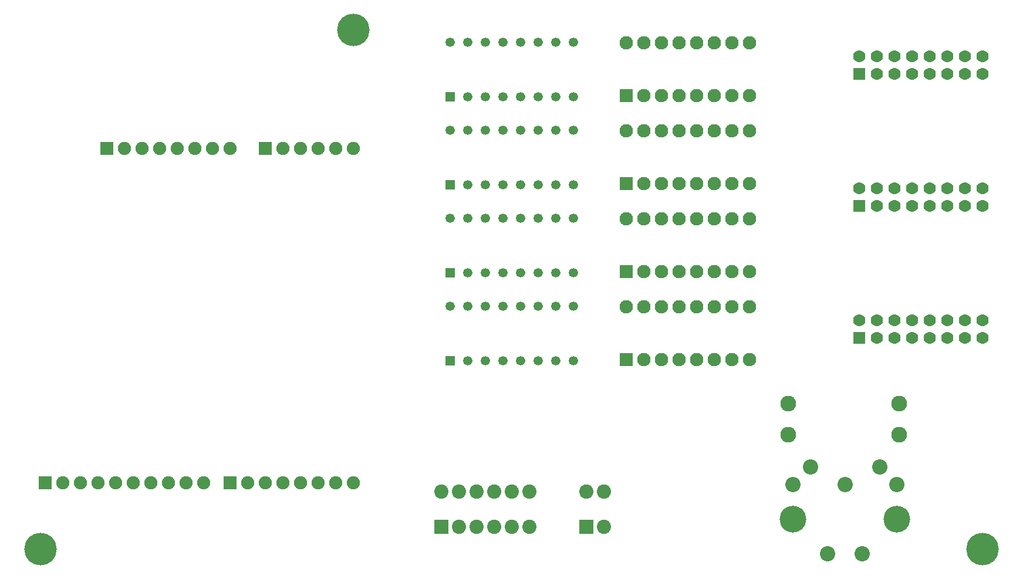
<source format=gbr>
G04 EasyPC Gerber Version 21.0.3 Build 4286 *
%FSLAX35Y35*%
%MOIN*%
%ADD29R,0.05283X0.05283*%
%ADD73R,0.06945X0.06945*%
%ADD92R,0.07496X0.07496*%
%ADD27R,0.07600X0.07600*%
%ADD96R,0.08087X0.08087*%
%ADD72C,0.05283*%
%ADD74C,0.06945*%
%ADD93C,0.07496*%
%ADD28C,0.07600*%
%ADD97C,0.08087*%
%ADD89C,0.08677*%
%ADD91C,0.08972*%
%ADD90C,0.15173*%
%ADD101C,0.18500*%
X0Y0D02*
D02*
D27*
X355250Y130250D03*
Y180250D03*
Y230250D03*
Y280250D03*
D02*
D28*
Y160250D03*
Y210250D03*
Y260250D03*
Y310250D03*
X365250Y130250D03*
Y160250D03*
Y180250D03*
Y210250D03*
Y230250D03*
Y260250D03*
Y280250D03*
Y310250D03*
X375250Y130250D03*
Y160250D03*
Y180250D03*
Y210250D03*
Y230250D03*
Y260250D03*
Y280250D03*
Y310250D03*
X385250Y130250D03*
Y160250D03*
Y180250D03*
Y210250D03*
Y230250D03*
Y260250D03*
Y280250D03*
Y310250D03*
X395250Y130250D03*
Y160250D03*
Y180250D03*
Y210250D03*
Y230250D03*
Y260250D03*
Y280250D03*
Y310250D03*
X405250Y130250D03*
Y160250D03*
Y180250D03*
Y210250D03*
Y230250D03*
Y260250D03*
Y280250D03*
Y310250D03*
X415250Y130250D03*
Y160250D03*
Y180250D03*
Y210250D03*
Y230250D03*
Y260250D03*
Y280250D03*
Y310250D03*
X425250Y130250D03*
Y160250D03*
Y180250D03*
Y210250D03*
Y230250D03*
Y260250D03*
Y280250D03*
Y310250D03*
D02*
D29*
X255250Y129758D03*
Y179758D03*
Y229758D03*
Y279758D03*
D02*
D72*
Y160742D03*
Y210742D03*
Y260742D03*
Y310742D03*
X265250Y129758D03*
Y160742D03*
Y179758D03*
Y210742D03*
Y229758D03*
Y260742D03*
Y279758D03*
Y310742D03*
X275250Y129758D03*
Y160742D03*
Y179758D03*
Y210742D03*
Y229758D03*
Y260742D03*
Y279758D03*
Y310742D03*
X285250Y129758D03*
Y160742D03*
Y179758D03*
Y210742D03*
Y229758D03*
Y260742D03*
Y279758D03*
Y310742D03*
X295250Y129758D03*
Y160742D03*
Y179758D03*
Y210742D03*
Y229758D03*
Y260742D03*
Y279758D03*
Y310742D03*
X305250Y129758D03*
Y160742D03*
Y179758D03*
Y210742D03*
Y229758D03*
Y260742D03*
Y279758D03*
Y310742D03*
X315250Y129758D03*
Y160742D03*
Y179758D03*
Y210742D03*
Y229758D03*
Y260742D03*
Y279758D03*
Y310742D03*
X325250Y129758D03*
Y160742D03*
Y179758D03*
Y210742D03*
Y229758D03*
Y260742D03*
Y279758D03*
Y310742D03*
D02*
D73*
X487750Y142750D03*
Y217750D03*
Y292750D03*
D02*
D74*
Y152750D03*
Y227750D03*
Y302750D03*
X497750Y142750D03*
Y152750D03*
Y217750D03*
Y227750D03*
Y292750D03*
Y302750D03*
X507750Y142750D03*
Y152750D03*
Y217750D03*
Y227750D03*
Y292750D03*
Y302750D03*
X517750Y142750D03*
Y152750D03*
Y217750D03*
Y227750D03*
Y292750D03*
Y302750D03*
X527750Y142750D03*
Y152750D03*
Y217750D03*
Y227750D03*
Y292750D03*
Y302750D03*
X537750Y142750D03*
Y152750D03*
Y217750D03*
Y227750D03*
Y292750D03*
Y302750D03*
X547750Y142750D03*
Y152750D03*
Y217750D03*
Y227750D03*
Y292750D03*
Y302750D03*
X557750Y142750D03*
Y152750D03*
Y217750D03*
Y227750D03*
Y292750D03*
Y302750D03*
D02*
D89*
X450093Y59463D03*
X459935Y69305D03*
X469778Y20093D03*
X479620Y59463D03*
X489463Y20093D03*
X499305Y69305D03*
X509148Y59463D03*
D02*
D90*
X450093Y39778D03*
X509148D03*
D02*
D91*
X447258Y87750D03*
Y105250D03*
X510250Y87750D03*
Y105250D03*
D02*
D92*
X25250Y60250D03*
X60250Y250250D03*
X130250Y60250D03*
X150250Y250250D03*
D02*
D93*
X35250Y60250D03*
X45250D03*
X55250D03*
X65250D03*
X70250Y250250D03*
X75250Y60250D03*
X80250Y250250D03*
X85250Y60250D03*
X90250Y250250D03*
X95250Y60250D03*
X100250Y250250D03*
X105250Y60250D03*
X110250Y250250D03*
X115250Y60250D03*
X120250Y250250D03*
X130250D03*
X140250Y60250D03*
X150250D03*
X160250D03*
Y250250D03*
X170250Y60250D03*
Y250250D03*
X180250Y60250D03*
Y250250D03*
X190250Y60250D03*
Y250250D03*
X200250Y60250D03*
Y250250D03*
D02*
D96*
X250250Y35250D03*
X332750D03*
D02*
D97*
X250250Y55250D03*
X260250Y35250D03*
Y55250D03*
X270250Y35250D03*
Y55250D03*
X280250Y35250D03*
Y55250D03*
X290250Y35250D03*
Y55250D03*
X300250Y35250D03*
Y55250D03*
X332750D03*
X342750Y35250D03*
Y55250D03*
D02*
D101*
X22750Y22750D03*
X200250Y317750D03*
X557750Y22750D03*
X0Y0D02*
M02*

</source>
